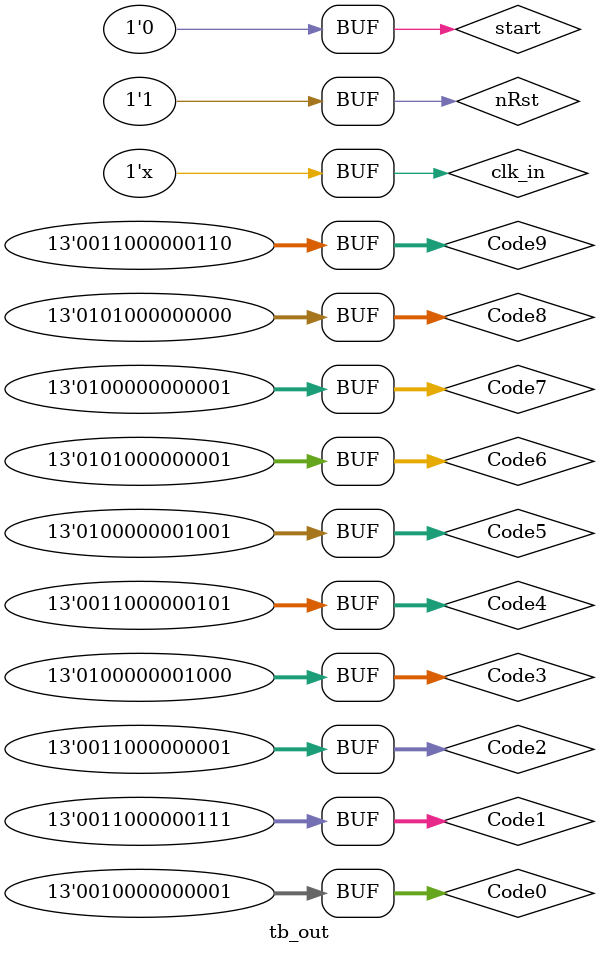
<source format=v>
`timescale 1ns / 1ps
`include "output.v"

module tb_out();
    reg clk_in;
    reg nRst;
    reg start;
    reg [12:0]Code0;
    reg [12:0]Code1;
    reg [12:0]Code2;
    reg [12:0]Code3;
    reg [12:0]Code4;
    reg [12:0]Code5;
    reg [12:0]Code6;
    reg [12:0]Code7;
    reg [12:0]Code8;
    reg [12:0]Code9;

    wire Out;
    wire Outt;
    wire [1:0]state;

    Out_put uut(
        .Clk_in(clk_in),
        .n_Rst(nRst),
        .Start_out(start),
        .Code0(Code0),
        .Code1(Code1),
        .Code2(Code2),
        .Code3(Code3),
        .Code4(Code4),
        .Code5(Code5),
        .Code6(Code6),
        .Code7(Code7),
        .Code8(Code8),
        .Code9(Code9),
        .Out(Out),
        .Outt(Outt),
        .state(state)
    );

    initial begin
        clk_in = 0;
        nRst = 0;
        start = 0;
        //input data [53, 40, 26, 14, 38, 23, 7, 12, 4, 39]
        Code0=13'h0401;
        Code1=13'h0607;
        Code2=13'h0601;
        Code3=13'h0808;
        Code4=13'h0605;
        Code5=13'h0809;
        Code6=13'h0a01;
        Code7=13'h0801;
        Code8=13'h0a00;
        Code9=13'h0606;

        #500;
        nRst = 1;

        start = 1;
        #200;
        start = 0;

    end

    always #5 clk_in = ~clk_in;

endmodule

</source>
